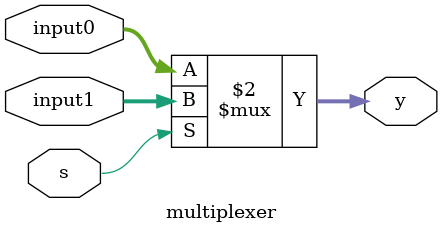
<source format=v>
module multiplexer #(parameter Width = 32) (
    input0, input1, s,y
);
input  [Width -1 : 0]  input0,input1;
input  s;
output  [Width -1 : 0] y;

assign y = (s == 1'b0) ? input0 : input1;
    
endmodule
</source>
